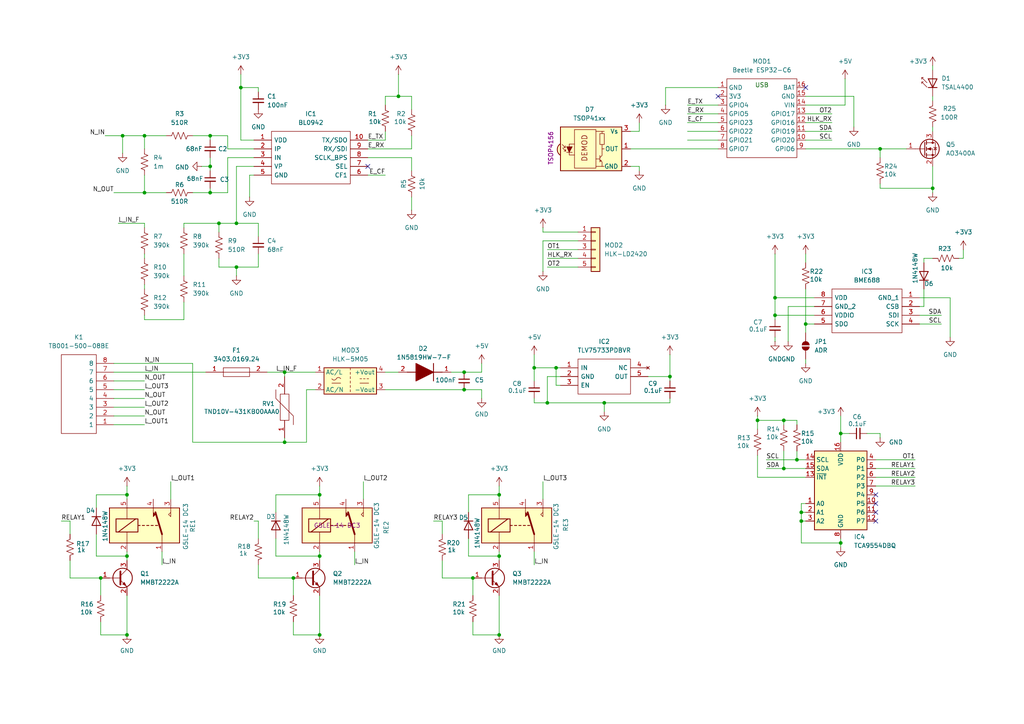
<source format=kicad_sch>
(kicad_sch (version 20250114) (generator "eeschema") (generator_version "9.0")
  (paper "A4")
  (title_block (title "Relio V1.0") (date "2025-08-09") (rev "V1.01") (company "Eletkor "))
  (junction (at 158.75 116.84))
  (junction (at 227.33 135.89))
  (junction (at 243.84 125.73))
  (junction (at 144.78 143.51))
  (junction (at 85.09 167.64))
  (junction (at 115.57 27.94))
  (junction (at 60.96 48.26))
  (junction (at 232.41 151.13))
  (junction (at 224.79 91.44))
  (junction (at 233.68 93.98))
  (junction (at 232.41 148.59))
  (junction (at 60.96 55.88))
  (junction (at 36.83 184.15))
  (junction (at 92.71 184.15))
  (junction (at 270.51 54.61))
  (junction (at 60.96 39.37))
  (junction (at 35.56 39.37))
  (junction (at 134.62 107.95))
  (junction (at 231.14 133.35))
  (junction (at 92.71 161.29))
  (junction (at 144.78 184.15))
  (junction (at 134.62 113.03))
  (junction (at 69.85 25.4))
  (junction (at 161.29 106.68))
  (junction (at 36.83 143.51))
  (junction (at 175.26 116.84))
  (junction (at 41.91 55.88))
  (junction (at 219.71 121.92))
  (junction (at 255.27 43.18))
  (junction (at 82.55 128.27))
  (junction (at 68.58 77.47))
  (junction (at 144.78 161.29))
  (junction (at 68.58 64.77))
  (junction (at 29.21 167.64))
  (junction (at 41.91 39.37))
  (junction (at 243.84 157.48))
  (junction (at 194.31 109.22))
  (junction (at 92.71 143.51))
  (junction (at 227.33 121.92))
  (junction (at 137.16 167.64))
  (junction (at 82.55 107.95))
  (junction (at 36.83 161.29))
  (junction (at 154.94 106.68))
  (junction (at 63.5 64.77))
  (junction (at 224.79 86.36))
  (no_connect (at 208.28 27.94))
  (no_connect (at 106.68 48.26))
  (no_connect (at 254 146.05))
  (no_connect (at 254 151.13))
  (no_connect (at 233.68 25.4))
  (no_connect (at 254 148.59))
  (no_connect (at 254 143.51))
  (wire (pts (xy 135.89 143.51) (xy 144.78 143.51)))
  (wire (pts (xy 27.94 147.32) (xy 27.94 143.51)))
  (wire (pts (xy 224.79 97.79) (xy 224.79 99.06)))
  (wire (pts (xy 241.3 40.64) (xy 233.68 40.64)))
  (wire (pts (xy 68.58 64.77) (xy 74.93 64.77)))
  (wire (pts (xy 219.71 132.08) (xy 219.71 138.43)))
  (wire (pts (xy 74.93 73.66) (xy 74.93 77.47)))
  (wire (pts (xy 137.16 167.64) (xy 137.16 172.72)))
  (wire (pts (xy 199.39 40.64) (xy 208.28 40.64)))
  (wire (pts (xy 233.68 104.14) (xy 233.68 105.41)))
  (wire (pts (xy 135.89 148.59) (xy 135.89 143.51)))
  (wire (pts (xy 245.11 30.48) (xy 233.68 30.48)))
  (wire (pts (xy 128.27 162.56) (xy 128.27 167.64)))
  (wire (pts (xy 255.27 125.73) (xy 251.46 125.73)))
  (wire (pts (xy 270.51 36.83) (xy 270.51 38.1)))
  (wire (pts (xy 36.83 140.97) (xy 36.83 143.51)))
  (wire (pts (xy 270.51 48.26) (xy 270.51 54.61)))
  (wire (pts (xy 60.96 39.37) (xy 60.96 40.64)))
  (wire (pts (xy 69.85 25.4) (xy 74.93 25.4)))
  (wire (pts (xy 73.66 48.26) (xy 68.58 48.26)))
  (wire (pts (xy 275.59 86.36) (xy 275.59 97.79)))
  (wire (pts (xy 243.84 125.73) (xy 243.84 128.27)))
  (wire (pts (xy 254 138.43) (xy 265.43 138.43)))
  (wire (pts (xy 154.94 116.84) (xy 158.75 116.84)))
  (wire (pts (xy 115.57 27.94) (xy 119.38 27.94)))
  (wire (pts (xy 255.27 127) (xy 255.27 125.73)))
  (wire (pts (xy 219.71 138.43) (xy 233.68 138.43)))
  (wire (pts (xy 73.66 43.18) (xy 66.04 43.18)))
  (wire (pts (xy 41.91 82.55) (xy 41.91 83.82)))
  (wire (pts (xy 46.99 160.02) (xy 46.99 163.83)))
  (wire (pts (xy 41.91 92.71) (xy 41.91 91.44)))
  (wire (pts (xy 158.75 72.39) (xy 167.64 72.39)))
  (wire (pts (xy 255.27 43.18) (xy 255.27 45.72)))
  (wire (pts (xy 69.85 25.4) (xy 69.85 40.64)))
  (wire (pts (xy 53.34 66.04) (xy 53.34 64.77)))
  (wire (pts (xy 158.75 74.93) (xy 167.64 74.93)))
  (wire (pts (xy 55.88 39.37) (xy 60.96 39.37)))
  (wire (pts (xy 233.68 73.66) (xy 233.68 76.2)))
  (wire (pts (xy 233.68 27.94) (xy 247.65 27.94)))
  (wire (pts (xy 111.76 27.94) (xy 115.57 27.94)))
  (wire (pts (xy 33.02 123.19) (xy 41.91 123.19)))
  (wire (pts (xy 267.97 88.9) (xy 266.7 88.9)))
  (wire (pts (xy 243.84 157.48) (xy 243.84 156.21)))
  (wire (pts (xy 199.39 35.56) (xy 208.28 35.56)))
  (wire (pts (xy 245.11 22.86) (xy 245.11 30.48)))
  (wire (pts (xy 88.9 113.03) (xy 88.9 128.27)))
  (wire (pts (xy 232.41 148.59) (xy 232.41 146.05)))
  (wire (pts (xy 60.96 55.88) (xy 60.96 54.61)))
  (wire (pts (xy 157.48 66.04) (xy 157.48 67.31)))
  (wire (pts (xy 41.91 73.66) (xy 41.91 74.93)))
  (wire (pts (xy 77.47 107.95) (xy 82.55 107.95)))
  (wire (pts (xy 273.05 91.44) (xy 266.7 91.44)))
  (wire (pts (xy 231.14 130.81) (xy 231.14 133.35)))
  (wire (pts (xy 41.91 64.77) (xy 41.91 66.04)))
  (wire (pts (xy 33.02 107.95) (xy 59.69 107.95)))
  (wire (pts (xy 219.71 121.92) (xy 227.33 121.92)))
  (wire (pts (xy 231.14 133.35) (xy 233.68 133.35)))
  (wire (pts (xy 255.27 54.61) (xy 255.27 53.34)))
  (wire (pts (xy 63.5 64.77) (xy 68.58 64.77)))
  (wire (pts (xy 92.71 140.97) (xy 92.71 143.51)))
  (wire (pts (xy 63.5 64.77) (xy 63.5 67.31)))
  (wire (pts (xy 224.79 86.36) (xy 236.22 86.36)))
  (wire (pts (xy 157.48 69.85) (xy 167.64 69.85)))
  (wire (pts (xy 232.41 148.59) (xy 233.68 148.59)))
  (wire (pts (xy 72.39 50.8) (xy 72.39 57.15)))
  (wire (pts (xy 154.94 106.68) (xy 161.29 106.68)))
  (wire (pts (xy 92.71 172.72) (xy 92.71 184.15)))
  (wire (pts (xy 135.89 156.21) (xy 135.89 161.29)))
  (wire (pts (xy 41.91 92.71) (xy 53.34 92.71)))
  (wire (pts (xy 74.93 77.47) (xy 68.58 77.47)))
  (wire (pts (xy 243.84 120.65) (xy 243.84 125.73)))
  (wire (pts (xy 182.88 43.18) (xy 208.28 43.18)))
  (wire (pts (xy 41.91 110.49) (xy 33.02 110.49)))
  (wire (pts (xy 53.34 64.77) (xy 63.5 64.77)))
  (wire (pts (xy 144.78 140.97) (xy 144.78 143.51)))
  (wire (pts (xy 243.84 125.73) (xy 246.38 125.73)))
  (wire (pts (xy 128.27 151.13) (xy 125.73 151.13)))
  (wire (pts (xy 154.94 160.02) (xy 154.94 163.83)))
  (wire (pts (xy 157.48 78.74) (xy 157.48 69.85)))
  (wire (pts (xy 69.85 40.64) (xy 73.66 40.64)))
  (wire (pts (xy 222.25 133.35) (xy 231.14 133.35)))
  (wire (pts (xy 49.53 139.7) (xy 49.53 144.78)))
  (wire (pts (xy 233.68 93.98) (xy 233.68 96.52)))
  (wire (pts (xy 119.38 43.18) (xy 119.38 39.37)))
  (wire (pts (xy 228.6 88.9) (xy 228.6 99.06)))
  (wire (pts (xy 270.51 19.05) (xy 270.51 20.32)))
  (wire (pts (xy 106.68 43.18) (xy 119.38 43.18)))
  (wire (pts (xy 29.21 180.34) (xy 29.21 184.15)))
  (wire (pts (xy 35.56 39.37) (xy 41.91 39.37)))
  (wire (pts (xy 224.79 91.44) (xy 224.79 86.36)))
  (wire (pts (xy 119.38 27.94) (xy 119.38 31.75)))
  (wire (pts (xy 66.04 45.72) (xy 66.04 55.88)))
  (wire (pts (xy 73.66 45.72) (xy 66.04 45.72)))
  (wire (pts (xy 154.94 102.87) (xy 154.94 106.68)))
  (wire (pts (xy 158.75 77.47) (xy 167.64 77.47)))
  (wire (pts (xy 119.38 57.15) (xy 119.38 60.96)))
  (wire (pts (xy 233.68 43.18) (xy 255.27 43.18)))
  (wire (pts (xy 194.31 109.22) (xy 194.31 110.49)))
  (wire (pts (xy 33.02 105.41) (xy 55.88 105.41)))
  (wire (pts (xy 69.85 21.59) (xy 69.85 25.4)))
  (wire (pts (xy 266.7 86.36) (xy 275.59 86.36)))
  (wire (pts (xy 29.21 184.15) (xy 36.83 184.15)))
  (wire (pts (xy 162.56 111.76) (xy 161.29 111.76)))
  (wire (pts (xy 199.39 30.48) (xy 208.28 30.48)))
  (wire (pts (xy 134.62 113.03) (xy 139.7 113.03)))
  (wire (pts (xy 102.87 160.02) (xy 102.87 163.83)))
  (wire (pts (xy 227.33 121.92) (xy 231.14 121.92)))
  (wire (pts (xy 139.7 107.95) (xy 139.7 105.41)))
  (wire (pts (xy 194.31 102.87) (xy 194.31 109.22)))
  (wire (pts (xy 137.16 180.34) (xy 137.16 184.15)))
  (wire (pts (xy 41.91 43.18) (xy 41.91 39.37)))
  (wire (pts (xy 55.88 128.27) (xy 82.55 128.27)))
  (wire (pts (xy 111.76 107.95) (xy 115.57 107.95)))
  (wire (pts (xy 231.14 121.92) (xy 231.14 123.19)))
  (wire (pts (xy 115.57 21.59) (xy 115.57 27.94)))
  (wire (pts (xy 241.3 33.02) (xy 233.68 33.02)))
  (wire (pts (xy 194.31 116.84) (xy 194.31 115.57)))
  (wire (pts (xy 106.68 40.64) (xy 111.76 40.64)))
  (wire (pts (xy 34.29 64.77) (xy 41.91 64.77)))
  (wire (pts (xy 279.4 72.39) (xy 279.4 74.93)))
  (wire (pts (xy 53.34 92.71) (xy 53.34 87.63)))
  (wire (pts (xy 74.93 151.13) (xy 74.93 156.21)))
  (wire (pts (xy 222.25 135.89) (xy 227.33 135.89)))
  (wire (pts (xy 72.39 50.8) (xy 73.66 50.8)))
  (wire (pts (xy 255.27 43.18) (xy 262.89 43.18)))
  (wire (pts (xy 55.88 55.88) (xy 60.96 55.88)))
  (wire (pts (xy 175.26 116.84) (xy 158.75 116.84)))
  (wire (pts (xy 82.55 109.22) (xy 82.55 107.95)))
  (wire (pts (xy 58.42 48.26) (xy 60.96 48.26)))
  (wire (pts (xy 270.51 27.94) (xy 270.51 29.21)))
  (wire (pts (xy 267.97 74.93) (xy 270.51 74.93)))
  (wire (pts (xy 241.3 38.1) (xy 233.68 38.1)))
  (wire (pts (xy 194.31 109.22) (xy 187.96 109.22)))
  (wire (pts (xy 74.93 68.58) (xy 74.93 64.77)))
  (wire (pts (xy 33.02 118.11) (xy 41.91 118.11)))
  (wire (pts (xy 227.33 130.81) (xy 227.33 135.89)))
  (wire (pts (xy 85.09 180.34) (xy 85.09 184.15)))
  (wire (pts (xy 193.04 25.4) (xy 193.04 30.48)))
  (wire (pts (xy 233.68 83.82) (xy 233.68 93.98)))
  (wire (pts (xy 254 140.97) (xy 265.43 140.97)))
  (wire (pts (xy 128.27 167.64) (xy 137.16 167.64)))
  (wire (pts (xy 185.42 35.56) (xy 185.42 38.1)))
  (wire (pts (xy 74.93 25.4) (xy 74.93 26.67)))
  (wire (pts (xy 219.71 120.65) (xy 219.71 121.92)))
  (wire (pts (xy 119.38 45.72) (xy 119.38 49.53)))
  (wire (pts (xy 255.27 54.61) (xy 270.51 54.61)))
  (wire (pts (xy 41.91 55.88) (xy 48.26 55.88)))
  (wire (pts (xy 232.41 151.13) (xy 232.41 148.59)))
  (wire (pts (xy 185.42 48.26) (xy 185.42 49.53)))
  (wire (pts (xy 233.68 93.98) (xy 236.22 93.98)))
  (wire (pts (xy 33.02 115.57) (xy 41.91 115.57)))
  (wire (pts (xy 128.27 151.13) (xy 128.27 154.94)))
  (wire (pts (xy 227.33 135.89) (xy 233.68 135.89)))
  (wire (pts (xy 29.21 167.64) (xy 29.21 172.72)))
  (wire (pts (xy 20.32 167.64) (xy 29.21 167.64)))
  (wire (pts (xy 161.29 106.68) (xy 162.56 106.68)))
  (wire (pts (xy 254 135.89) (xy 265.43 135.89)))
  (wire (pts (xy 20.32 151.13) (xy 20.32 154.94)))
  (wire (pts (xy 134.62 107.95) (xy 139.7 107.95)))
  (wire (pts (xy 154.94 110.49) (xy 154.94 106.68)))
  (wire (pts (xy 35.56 39.37) (xy 35.56 44.45)))
  (wire (pts (xy 227.33 121.92) (xy 227.33 123.19)))
  (wire (pts (xy 232.41 151.13) (xy 233.68 151.13)))
  (wire (pts (xy 41.91 120.65) (xy 33.02 120.65)))
  (wire (pts (xy 270.51 54.61) (xy 270.51 55.88)))
  (wire (pts (xy 27.94 154.94) (xy 27.94 161.29)))
  (wire (pts (xy 137.16 184.15) (xy 144.78 184.15)))
  (wire (pts (xy 241.3 35.56) (xy 233.68 35.56)))
  (wire (pts (xy 130.81 107.95) (xy 134.62 107.95)))
  (wire (pts (xy 36.83 143.51) (xy 36.83 144.78)))
  (wire (pts (xy 92.71 161.29) (xy 92.71 162.56)))
  (wire (pts (xy 154.94 115.57) (xy 154.94 116.84)))
  (wire (pts (xy 175.26 116.84) (xy 194.31 116.84)))
  (wire (pts (xy 157.48 139.7) (xy 157.48 144.78)))
  (wire (pts (xy 92.71 143.51) (xy 92.71 144.78)))
  (wire (pts (xy 232.41 157.48) (xy 232.41 151.13)))
  (wire (pts (xy 92.71 160.02) (xy 92.71 161.29)))
  (wire (pts (xy 80.01 148.59) (xy 80.01 143.51)))
  (wire (pts (xy 224.79 91.44) (xy 236.22 91.44)))
  (wire (pts (xy 157.48 67.31) (xy 167.64 67.31)))
  (wire (pts (xy 105.41 139.7) (xy 105.41 144.78)))
  (wire (pts (xy 139.7 113.03) (xy 139.7 115.57)))
  (wire (pts (xy 267.97 74.93) (xy 267.97 76.2)))
  (wire (pts (xy 111.76 113.03) (xy 134.62 113.03)))
  (wire (pts (xy 30.48 39.37) (xy 35.56 39.37)))
  (wire (pts (xy 41.91 50.8) (xy 41.91 55.88)))
  (wire (pts (xy 33.02 55.88) (xy 41.91 55.88)))
  (wire (pts (xy 82.55 107.95) (xy 91.44 107.95)))
  (wire (pts (xy 273.05 93.98) (xy 266.7 93.98)))
  (wire (pts (xy 53.34 73.66) (xy 53.34 80.01)))
  (wire (pts (xy 66.04 39.37) (xy 60.96 39.37)))
  (wire (pts (xy 265.43 133.35) (xy 254 133.35)))
  (wire (pts (xy 60.96 48.26) (xy 60.96 49.53)))
  (wire (pts (xy 82.55 128.27) (xy 88.9 128.27)))
  (wire (pts (xy 243.84 157.48) (xy 232.41 157.48)))
  (wire (pts (xy 36.83 172.72) (xy 36.83 184.15)))
  (wire (pts (xy 66.04 43.18) (xy 66.04 39.37)))
  (wire (pts (xy 85.09 167.64) (xy 85.09 172.72)))
  (wire (pts (xy 208.28 25.4) (xy 193.04 25.4)))
  (wire (pts (xy 243.84 157.48) (xy 243.84 158.75)))
  (wire (pts (xy 232.41 146.05) (xy 233.68 146.05)))
  (wire (pts (xy 224.79 73.66) (xy 224.79 86.36)))
  (wire (pts (xy 175.26 116.84) (xy 175.26 119.38)))
  (wire (pts (xy 55.88 105.41) (xy 55.88 128.27)))
  (wire (pts (xy 106.68 50.8) (xy 111.76 50.8)))
  (wire (pts (xy 80.01 143.51) (xy 92.71 143.51)))
  (wire (pts (xy 73.66 151.13) (xy 74.93 151.13)))
  (wire (pts (xy 63.5 77.47) (xy 63.5 74.93)))
  (wire (pts (xy 224.79 91.44) (xy 224.79 92.71)))
  (wire (pts (xy 88.9 113.03) (xy 91.44 113.03)))
  (wire (pts (xy 199.39 38.1) (xy 208.28 38.1)))
  (wire (pts (xy 199.39 33.02) (xy 208.28 33.02)))
  (wire (pts (xy 74.93 167.64) (xy 85.09 167.64)))
  (wire (pts (xy 27.94 143.51) (xy 36.83 143.51)))
  (wire (pts (xy 144.78 160.02) (xy 144.78 161.29)))
  (wire (pts (xy 60.96 45.72) (xy 60.96 48.26)))
  (wire (pts (xy 161.29 111.76) (xy 161.29 106.68)))
  (wire (pts (xy 20.32 162.56) (xy 20.32 167.64)))
  (wire (pts (xy 182.88 48.26) (xy 185.42 48.26)))
  (wire (pts (xy 144.78 161.29) (xy 144.78 162.56)))
  (wire (pts (xy 80.01 156.21) (xy 80.01 161.29)))
  (wire (pts (xy 41.91 39.37) (xy 48.26 39.37)))
  (wire (pts (xy 27.94 161.29) (xy 36.83 161.29)))
  (wire (pts (xy 135.89 161.29) (xy 144.78 161.29)))
  (wire (pts (xy 68.58 48.26) (xy 68.58 64.77)))
  (wire (pts (xy 182.88 38.1) (xy 185.42 38.1)))
  (wire (pts (xy 247.65 27.94) (xy 247.65 36.83)))
  (wire (pts (xy 279.4 74.93) (xy 278.13 74.93)))
  (wire (pts (xy 111.76 30.48) (xy 111.76 27.94)))
  (wire (pts (xy 85.09 184.15) (xy 92.71 184.15)))
  (wire (pts (xy 119.38 45.72) (xy 106.68 45.72)))
  (wire (pts (xy 80.01 161.29) (xy 92.71 161.29)))
  (wire (pts (xy 82.55 128.27) (xy 82.55 127)))
  (wire (pts (xy 219.71 124.46) (xy 219.71 121.92)))
  (wire (pts (xy 68.58 77.47) (xy 63.5 77.47)))
  (wire (pts (xy 36.83 160.02) (xy 36.83 161.29)))
  (wire (pts (xy 36.83 161.29) (xy 36.83 162.56)))
  (wire (pts (xy 111.76 40.64) (xy 111.76 38.1)))
  (wire (pts (xy 144.78 143.51) (xy 144.78 144.78)))
  (wire (pts (xy 68.58 77.47) (xy 68.58 80.01)))
  (wire (pts (xy 158.75 109.22) (xy 158.75 116.84)))
  (wire (pts (xy 74.93 163.83) (xy 74.93 167.64)))
  (wire (pts (xy 41.91 113.03) (xy 33.02 113.03)))
  (wire (pts (xy 267.97 83.82) (xy 267.97 88.9)))
  (wire (pts (xy 66.04 55.88) (xy 60.96 55.88)))
  (wire (pts (xy 20.32 151.13) (xy 17.78 151.13)))
  (wire (pts (xy 228.6 88.9) (xy 236.22 88.9)))
  (wire (pts (xy 162.56 109.22) (xy 158.75 109.22)))
  (wire (pts (xy 144.78 172.72) (xy 144.78 184.15)))
  (label "HLK_RX" (at 158.75 74.93 0))
  (label "L_OUT1" (at 49.53 139.7 0))
  (label "L_IN" (at 154.94 163.83 0))
  (label "OT1" (at 158.75 72.39 0))
  (label "N_OUT" (at 41.91 115.57 0))
  (label "L_IN_F" (at 80.01 107.95 0))
  (label "SCL" (at 222.25 133.35 0))
  (label "L_OUT3" (at 157.48 139.7 0))
  (label "L_IN" (at 46.99 163.83 0))
  (label "L_OUT3" (at 41.91 113.03 0))
  (label "OT2" (at 158.75 77.47 0))
  (label "E_TX" (at 199.39 30.48 0))
  (label "RELAY3" (at 125.73 151.13 0))
  (label "L_IN_F" (at 34.29 64.77 0))
  (label "L_OUT1" (at 41.91 123.19 0))
  (label "SDA" (at 241.3 38.1 180))
  (label "N_IN" (at 41.91 105.41 0))
  (label "E_CF" (at 111.76 50.8 180))
  (label "N_OUT" (at 41.91 110.49 0))
  (label "SCL" (at 273.05 93.98 180))
  (label "N_OUT" (at 33.02 55.88 180))
  (label "OT1" (at 265.43 133.35 180))
  (label "E_RX" (at 199.39 33.02 0))
  (label "L_OUT2" (at 105.41 139.7 0))
  (label "RELAY3" (at 265.43 140.97 180))
  (label "SCL" (at 241.3 40.64 180))
  (label "RELAY2" (at 73.66 151.13 180))
  (label "L_IN" (at 102.87 163.83 0))
  (label "E_TX" (at 106.68 40.64 0))
  (label "N_IN" (at 30.48 39.37 180))
  (label "RELAY2" (at 265.43 138.43 180))
  (label "L_IN" (at 41.91 107.95 0))
  (label "RELAY1" (at 265.43 135.89 180))
  (label "N_OUT" (at 41.91 120.65 0))
  (label "E_CF" (at 199.39 35.56 0))
  (label "L_OUT2" (at 41.91 118.11 0))
  (label "HLK_RX" (at 241.3 35.56 180))
  (label "RELAY1" (at 17.78 151.13 0))
  (label "SDA" (at 222.25 135.89 0))
  (label "OT2" (at 241.3 33.02 180))
  (label "SDA" (at 273.05 91.44 180))
  (label "E_RX" (at 106.68 43.18 0))
  (symbol (lib_id "Interface_Optical:TSOP41xx") (at 172.72 43.18 0) (unit 1)
    (property "Reference" "D7" (at 170.985 31.75 0))
    (property "Value" "TSOP41xx" (at 170.985 34.29 0))
    (property "Footprint" "OptoDevice:Vishay_MINICAST-3Pin" (effects (hide yes)))
    (property "Datasheet" "http://www.vishay.com/docs/82460/tsop45.pdf" (effects (hide yes)))
    (property "Description" "IR Receiver Modules for Remote Control Systems" (effects (hide yes)))
    (property "Manufacturer_Part_Number" "TSOP4156" (at 159.766 42.926 90))
  )
  (symbol (lib_id "Relay:G5LE-1") (at 149.86 152.4 0) (unit 1)
    (property "Reference" "RE3" (at 164.084 154.178 90) (effects (justify left)))
    (property "Value" "G5LE-14 DC3" (at 161.29 159.512 90) (effects (justify left)))
    (property "Footprint" "Relay_THT:Relay_SPDT_Omron-G5LE-1" (effects (hide yes)))
    (property "Datasheet" "http://www.omron.com/ecb/products/pdf/en-g5le.pdf" (effects (hide yes)))
    (property "Description" "Omron G5LE relay, Miniature Single Pole, SPDT, 10A" (effects (hide yes)))
    (property "Manufacturer_Part_Number" "G5LE-14 DC3" (effects (hide yes)))
  )
  (symbol (lib_id "Device:C_Small") (at 134.62 110.49 0) (unit 1)
    (property "Reference" "C5" (at 137.668 110.236 0) (effects (justify left)))
    (property "Value" "100nF" (at 126.238 110.236 0) (effects (justify left)))
    (property "Footprint" "Capacitor_SMD:C_0805_2012Metric_Pad1.18x1.45mm_HandSolder" (effects (hide yes)))
    (property "Datasheet" "https://eu.mouser.com/datasheet/2/447/KEM_C1002_X7R_SMD-3316098.pdf" (effects (hide yes)))
    (property "Manufacturer_Part_Number" "C0805C104M3RAC" (effects (hide yes)))
  )
  (symbol (lib_id "Converter_ACDC:HLK-5M05") (at 101.6 110.49 0) (unit 1)
    (property "Reference" "MOD3" (at 101.6 101.6 0))
    (property "Value" "HLK-5M05" (at 101.6 104.14 0))
    (property "Footprint" "Converter_ACDC:Converter_ACDC_Hi-Link_HLK-5Mxx" (effects (hide yes)))
    (property "Datasheet" "http://h.hlktech.com/download/ACDC%E7%94%B5%E6%BA%90%E6%A8%A1%E5%9D%975W%E7%B3%BB%E5%88%97/1/%E6%B5%B7%E5%87%8C%E7%A7%915W%E7%B3%BB%E5%88%97%E7%94%B5%E6%BA%90%E6%A8%A1%E5%9D%97%E8%A7%84%E6%A0%BC%E4%B9%A6V2.8.pdf" (effects (hide yes)))
    (property "Description" "Compact AC/DC board mount power module 5W, 5V 1A" (effects (hide yes)))
    (property "Manufacturer_Part_Number" "HLK-5M05" (effects (hide yes)))
  )
  (symbol (lib_id "power:GND") (at 72.39 57.15 0) (unit 1)
    (property "Reference" "#PWR07" (effects (hide yes)))
    (property "Value" "GND" (at 72.39 62.23 0))
    (property "Description" "Power symbol creates a global label with name \"GND\" , ground" (effects (hide yes)))
  )
  (symbol (lib_id "Device:R_US") (at 63.5 71.12 180) (unit 1)
    (property "Reference" "R9" (at 66.04 69.8499 0) (effects (justify right)))
    (property "Value" "510R" (at 66.04 72.3899 0) (effects (justify right)))
    (property "Footprint" "Resistor_SMD:R_0805_2012Metric_Pad1.20x1.40mm_HandSolder" (effects (hide yes)))
    (property "Datasheet" "https://www.rohm.com/datasheet?p=SDR10EZPF&dist=Mouser&media=referral&source=mouser.com&campaign=Mouser" (effects (hide yes)))
    (property "Description" "Resistor, US symbol" (effects (hide yes)))
    (property "Manufacturer_Part_Number" "SDR10EZPF5100" (effects (hide yes)))
  )
  (symbol (lib_id "Device:C_Small") (at 248.92 125.73 90) (mirror x) (unit 1)
    (property "Reference" "C6" (at 249.936 120.904 90) (effects (justify left)))
    (property "Value" "0.1uF" (at 251.46 122.936 90) (effects (justify left)))
    (property "Footprint" "Capacitor_SMD:C_0805_2012Metric_Pad1.18x1.45mm_HandSolder" (effects (hide yes)))
    (property "Description" "Unpolarized capacitor, small symbol" (effects (hide yes)))
    (property "Manufacturer_Part_Number" "C0805C104M3RAC" (effects (hide yes)))
  )
  (symbol (lib_id "power:+3V3") (at 36.83 140.97 0) (mirror y) (unit 1)
    (property "Reference" "#PWR036" (effects (hide yes)))
    (property "Value" "+3V3" (at 36.83 135.89 0))
    (property "Description" "Power symbol creates a global label with name \"+3V3\"" (effects (hide yes)))
  )
  (symbol (lib_id "power:GND") (at 139.7 115.57 0) (unit 1)
    (property "Reference" "#PWR016" (effects (hide yes)))
    (property "Value" "GND" (at 139.7 120.142 0))
    (property "Description" "Power symbol creates a global label with name \"GND\" , ground" (effects (hide yes)))
  )
  (symbol (lib_id "power:GND") (at 119.38 60.96 0) (unit 1)
    (property "Reference" "#PWR09" (effects (hide yes)))
    (property "Value" "GND" (at 119.38 66.04 0))
    (property "Description" "Power symbol creates a global label with name \"GND\" , ground" (effects (hide yes)))
  )
  (symbol (lib_id "power:+5V") (at 139.7 105.41 0) (unit 1)
    (property "Reference" "#PWR014" (effects (hide yes)))
    (property "Value" "+5V" (at 139.7 100.33 0))
    (property "Description" "Power symbol creates a global label with name \"+5V\"" (effects (hide yes)))
  )
  (symbol (lib_id "Device:R_US") (at 270.51 33.02 0) (mirror y) (unit 1)
    (property "Reference" "R25" (at 277.368 31.496 0) (effects (justify left)))
    (property "Value" "100R" (at 277.876 34.036 0) (effects (justify left)))
    (property "Footprint" "Resistor_SMD:R_0805_2012Metric_Pad1.20x1.40mm_HandSolder" (effects (hide yes)))
    (property "Description" "Resistor, US symbol" (effects (hide yes)))
    (property "Manufacturer_Part_Number" "0805S8J0101T5E" (effects (hide yes)))
  )
  (symbol (lib_id "power:GND") (at 275.59 97.79 0) (unit 1)
    (property "Reference" "#PWR022" (effects (hide yes)))
    (property "Value" "GND" (at 275.59 102.87 0))
    (property "Description" "Power symbol creates a global label with name \"GND\" , ground" (effects (hide yes)))
  )
  (symbol (lib_id "Device:C_Small") (at 74.93 71.12 0) (unit 1)
    (property "Reference" "C4" (at 77.47 69.8562 0) (effects (justify left)))
    (property "Value" "68nF" (at 77.47 72.3962 0) (effects (justify left)))
    (property "Footprint" "Capacitor_SMD:C_0805_2012Metric_Pad1.18x1.45mm_HandSolder" (effects (hide yes)))
    (property "Datasheet" "https://eu.mouser.com/datasheet/2/447/KEM_C1023_X7R_AUTO_SMD-3316698.pdf" (effects (hide yes)))
    (property "Description" "Unpolarized capacitor, small symbol" (effects (hide yes)))
    (property "Manufacturer_Part_Number" "C0805C683KARACAUTO" (effects (hide yes)))
  )
  (symbol (lib_id "SamacSys_Parts:1N5819HW-7-F") (at 130.81 107.95 180) (unit 1)
    (property "Reference" "D2" (at 122.682 101.092 0))
    (property "Value" "1N5819HW-7-F" (at 122.936 103.632 0))
    (property "Footprint" "SamacSys_Parts:SOD3716X145N" (effects (hide yes)))
    (property "Datasheet" "https://datasheet.datasheetarchive.com/originals/distributors/Datasheets-DGA23/1390892.pdf" (effects (hide yes)))
    (property "Height" "1.45" (effects (hide yes)))
    (property "Mouser Part Number" "621-1N5819HW-F" (effects (hide yes)))
    (property "Mouser Price/Stock" "https://www.mouser.co.uk/ProductDetail/Diodes-Incorporated/1N5819HW-7-F?qs=NQ47qNm99eDyWTEd07miYA%3D%3D" (effects (hide yes)))
    (property "Manufacturer_Name" "Diodes Incorporated" (effects (hide yes)))
    (property "Manufacturer_Part_Number" "1N5819HW-7-F" (effects (hide yes)))
  )
  (symbol (lib_id "power:+5V") (at 245.11 22.86 0) (unit 1)
    (property "Reference" "#PWR05" (effects (hide yes)))
    (property "Value" "+5V" (at 245.11 17.78 0))
    (property "Description" "Power symbol creates a global label with name \"+5V\"" (effects (hide yes)))
  )
  (symbol (lib_id "Jumper:SolderJumper_2_Open") (at 233.68 100.33 90) (unit 1) (in_bom no)
    (property "Reference" "JP1" (at 236.22 99.0599 90) (effects (justify right)))
    (property "Value" "ADR" (at 236.22 101.5999 90) (effects (justify right)))
    (property "Footprint" "Jumper:SolderJumper-2_P1.3mm_Open_RoundedPad1.0x1.5mm" (effects (hide yes)))
    (property "Description" "Solder Jumper, 2-pole, open" (effects (hide yes)))
  )
  (symbol (lib_id "Device:R_US") (at 233.68 80.01 0) (mirror y) (unit 1)
    (property "Reference" "R22" (at 238.76 78.74 0) (effects (justify left)))
    (property "Value" "10k" (at 238.506 81.026 0) (effects (justify left)))
    (property "Footprint" "Resistor_SMD:R_0805_2012Metric_Pad1.20x1.40mm_HandSolder" (effects (hide yes)))
    (property "Datasheet" "https://eu.mouser.com/datasheet/2/1365/1-3044649.pdf" (effects (hide yes)))
    (property "Description" "Resistor, US symbol" (effects (hide yes)))
    (property "Manufacturer_Part_Number" "0805W8J0103T5E" (effects (hide yes)))
  )
  (symbol (lib_id "power:+3V3") (at 233.68 73.66 0) (unit 1)
    (property "Reference" "#PWR029" (effects (hide yes)))
    (property "Value" "+3V3" (at 233.68 68.58 0))
    (property "Description" "Power symbol creates a global label with name \"+3V3\"" (effects (hide yes)))
  )
  (symbol (lib_id "power:+5V") (at 154.94 102.87 0) (unit 1)
    (property "Reference" "#PWR034" (effects (hide yes)))
    (property "Value" "+5V" (at 154.94 97.79 0))
    (property "Description" "Power symbol creates a global label with name \"+5V\"" (effects (hide yes)))
  )
  (symbol (lib_id "Device:C_Small") (at 60.96 52.07 0) (unit 1)
    (property "Reference" "C3" (at 63.754 52.07 0) (effects (justify left)))
    (property "Value" "68nF" (at 54.102 51.816 0) (effects (justify left)))
    (property "Footprint" "Capacitor_SMD:C_0805_2012Metric_Pad1.18x1.45mm_HandSolder" (effects (hide yes)))
    (property "Datasheet" "https://eu.mouser.com/datasheet/2/447/KEM_C1023_X7R_AUTO_SMD-3316698.pdf" (effects (hide yes)))
    (property "Description" "Unpolarized capacitor, small symbol" (effects (hide yes)))
    (property "Manufacturer_Part_Number" "C0805C683KARACAUTO" (effects (hide yes)))
  )
  (symbol (lib_id "Device:R_US") (at 111.76 34.29 0) (unit 1)
    (property "Reference" "R1" (at 106.68 33.02 0) (effects (justify left)))
    (property "Value" "10k" (at 106.934 35.306 0) (effects (justify left)))
    (property "Footprint" "Resistor_SMD:R_0805_2012Metric_Pad1.20x1.40mm_HandSolder" (effects (hide yes)))
    (property "Datasheet" "https://eu.mouser.com/datasheet/2/1365/1-3044649.pdf" (effects (hide yes)))
    (property "Description" "Resistor, US symbol" (effects (hide yes)))
    (property "Manufacturer_Part_Number" "0805W8J0103T5E" (effects (hide yes)))
  )
  (symbol (lib_id "Mechanical:MountingHole") (at -40.64 114.3 0) (unit 1) (in_bom no) (dnp yes)
    (property "Reference" "H1" (at -38.1 113.0299 0) (effects (justify left)))
    (property "Value" "MountingHole" (at -38.1 115.5699 0) (effects (justify left)))
    (property "Footprint" "MountingHole:MountingHole_3.2mm_M3" (effects (hide yes)))
    (property "Description" "Mounting Hole without connection" (effects (hide yes)))
  )
  (symbol (lib_id "power:GND") (at 255.27 127 0) (mirror y) (unit 1)
    (property "Reference" "#PWR020" (effects (hide yes)))
    (property "Value" "GND" (at 257.81 128.2699 0) (effects (justify right)))
    (property "Description" "Power symbol creates a global label with name \"GND\" , ground" (effects (hide yes)))
  )
  (symbol (lib_id "beetle_esp32-c6:Beetle_ESP32-C6") (at 210.82 45.72 0) (unit 1)
    (property "Reference" "MOD1" (at 220.98 17.78 0))
    (property "Value" "Beetle ESP32-C6" (at 220.98 20.32 0))
    (property "Footprint" "Beetle ESP32 C6:Beetle ESP32-C6" (effects (hide yes)))
    (property "Manufacturer_Part_Number" "Beetle ESP32-C6" (effects (hide yes)))
  )
  (symbol (lib_id "Device:R_US") (at 41.91 46.99 180) (unit 1)
    (property "Reference" "R4" (at 44.45 45.7199 0) (effects (justify right)))
    (property "Value" "1m" (at 44.45 48.2599 0) (effects (justify right)))
    (property "Footprint" "Resistor_SMD:R_1210_3225Metric" (effects (hide yes)))
    (property "Description" "Resistor, US symbol" (effects (hide yes)))
  )
  (symbol (lib_id "Relay:G5LE-1") (at 97.79 152.4 0) (unit 1)
    (property "Reference" "RE2" (at 112.014 154.94 90) (effects (justify left)))
    (property "Value" "G5LE-14 DC3" (at 109.22 159.258 90) (effects (justify left)))
    (property "Footprint" "Relay_THT:Relay_SPDT_Omron-G5LE-1" (effects (hide yes)))
    (property "Datasheet" "http://www.omron.com/ecb/products/pdf/en-g5le.pdf" (effects (hide yes)))
    (property "Description" "Omron G5LE relay, Miniature Single Pole, SPDT, 10A" (effects (hide yes)))
    (property "Manufacturer_Part_Number" "G5LE-14 DC3" (at 97.79 152.4 0))
  )
  (symbol (lib_id "Device:R_US") (at 137.16 176.53 0) (mirror y) (unit 1)
    (property "Reference" "R21" (at 135.128 175.26 0) (effects (justify left)))
    (property "Value" "10k" (at 134.874 177.546 0) (effects (justify left)))
    (property "Footprint" "Resistor_SMD:R_0805_2012Metric_Pad1.20x1.40mm_HandSolder" (effects (hide yes)))
    (property "Datasheet" "https://eu.mouser.com/datasheet/2/1365/1-3044649.pdf" (effects (hide yes)))
    (property "Description" "Resistor, US symbol" (effects (hide yes)))
    (property "Manufacturer_Part_Number" "0805W8J0103T5E" (effects (hide yes)))
  )
  (symbol (lib_id "Diode:1N4148W") (at 80.01 152.4 270) (unit 1)
    (property "Reference" "D3" (at 77.216 149.86 90) (effects (justify left)))
    (property "Value" "1N4148W" (at 83.058 149.098 0) (effects (justify left)))
    (property "Footprint" "Diode_SMD:D_SOD-123" (effects (hide yes)))
    (property "Datasheet" "https://www.vishay.com/docs/85748/1n4148w.pdf" (effects (hide yes)))
    (property "Description" "75V 0.15A Fast Switching Diode, SOD-123" (effects (hide yes)))
    (property "Sim.Device" "D" (effects (hide yes)))
    (property "Sim.Pins" "1=K 2=A" (effects (hide yes)))
    (property "Manufacturer_Part_Number" "1N4148W" (effects (hide yes)))
  )
  (symbol (lib_id "power:+3V3") (at 157.48 66.04 0) (unit 1)
    (property "Reference" "#PWR027" (effects (hide yes)))
    (property "Value" "+3V3" (at 157.48 60.96 0))
    (property "Description" "Power symbol creates a global label with name \"+3V3\"" (effects (hide yes)))
  )
  (symbol (lib_id "power:GND") (at 243.84 158.75 0) (unit 1)
    (property "Reference" "#PWR026" (effects (hide yes)))
    (property "Value" "GND" (at 243.84 163.83 0))
    (property "Description" "Power symbol creates a global label with name \"GND\" , ground" (effects (hide yes)))
  )
  (symbol (lib_id "Device:C_Small") (at 154.94 113.03 0) (unit 1)
    (property "Reference" "C8" (at 148.59 111.252 0) (effects (justify left)))
    (property "Value" "0.1uF" (at 147.32 113.284 0) (effects (justify left)))
    (property "Footprint" "Capacitor_SMD:C_0805_2012Metric_Pad1.18x1.45mm_HandSolder" (effects (hide yes)))
    (property "Description" "Unpolarized capacitor, small symbol" (effects (hide yes)))
    (property "Manufacturer_Part_Number" "C0805C104M3RAC" (effects (hide yes)))
  )
  (symbol (lib_id "power:+3V3") (at 224.79 73.66 0) (unit 1)
    (property "Reference" "#PWR018" (effects (hide yes)))
    (property "Value" "+3V3" (at 224.79 68.58 0))
    (property "Description" "Power symbol creates a global label with name \"+3V3\"" (effects (hide yes)))
  )
  (symbol (lib_id "Device:R_US") (at 20.32 158.75 0) (mirror x) (unit 1)
    (property "Reference" "R17" (at 22.098 157.734 0) (effects (justify left)))
    (property "Value" "1k" (at 22.352 159.512 0) (effects (justify left)))
    (property "Footprint" "Resistor_SMD:R_0805_2012Metric_Pad1.20x1.40mm_HandSolder" (effects (hide yes)))
    (property "Description" "Resistor, US symbol" (effects (hide yes)))
    (property "Manufacturer_Part_Number" "0805W8J0102T5E" (effects (hide yes)))
  )
  (symbol (lib_id "power:GND") (at 157.48 78.74 0) (unit 1)
    (property "Reference" "#PWR028" (effects (hide yes)))
    (property "Value" "GND" (at 157.48 83.82 0))
    (property "Description" "Power symbol creates a global label with name \"GND\" , ground" (effects (hide yes)))
  )
  (symbol (lib_id "power:GND") (at 247.65 36.83 0) (unit 1)
    (property "Reference" "#PWR010" (effects (hide yes)))
    (property "Value" "GND" (at 247.65 41.91 0))
    (property "Description" "Power symbol creates a global label with name \"GND\" , ground" (effects (hide yes)))
  )
  (symbol (lib_id "Transistor_BJT:MMBT2222A") (at 142.24 167.64 0) (unit 1)
    (property "Reference" "Q3" (at 148.59 166.3699 0) (effects (justify left)))
    (property "Value" "MMBT2222A" (at 148.59 168.9099 0) (effects (justify left)))
    (property "Footprint" "Package_TO_SOT_SMD:SOT-23" (effects (hide yes)))
    (property "Datasheet" "https://assets.nexperia.com/documents/data-sheet/MMBT2222A.pdf" (effects (hide yes)))
    (property "Description" "600mA Ic, 40V Vce, NPN Transistor, SOT-23" (effects (hide yes)))
    (property "Manufacturer_Part_Number" "MMBT2222A" (effects (hide yes)))
  )
  (symbol (lib_id "power:+3V3") (at 219.71 120.65 0) (mirror y) (unit 1)
    (property "Reference" "#PWR015" (effects (hide yes)))
    (property "Value" "+3V3" (at 219.71 115.57 0))
    (property "Description" "Power symbol creates a global label with name \"+3V3\"" (effects (hide yes)))
  )
  (symbol (lib_id "power:GND") (at 35.56 44.45 0) (unit 1)
    (property "Reference" "#PWR031" (effects (hide yes)))
    (property "Value" "GND" (at 35.56 49.53 0))
    (property "Description" "Power symbol creates a global label with name \"GND\" , ground" (effects (hide yes)))
  )
  (symbol (lib_id "SamacSys_Parts:BME688") (at 236.22 86.36 0) (unit 1)
    (property "Reference" "IC3" (at 251.46 78.74 0))
    (property "Value" "BME688" (at 251.46 81.28 0))
    (property "Footprint" "SamacSys_Parts:BME688" (effects (hide yes)))
    (property "Datasheet" "https://www.bosch-sensortec.com/media/boschsensortec/downloads/datasheets/bst-bme688-ds000.pdf" (effects (hide yes)))
    (property "Description" "Gas sensor measuring relative humidity, barometric pressure, ambient temperature and gas (VOC)" (effects (hide yes)))
    (property "Description_1" "Gas sensor measuring relative humidity, barometric pressure, ambient temperature and gas (VOC)" (effects (hide yes)))
    (property "Height" "1" (effects (hide yes)))
    (property "Mouser Part Number" "262-BME688" (effects (hide yes)))
    (property "Mouser Price/Stock" "https://www.mouser.co.uk/ProductDetail/Bosch-Sensortec/BME688?qs=IS%252B4QmGtzzqQoVDscqwx3A%3D%3D" (effects (hide yes)))
    (property "Manufacturer_Name" "BOSCH" (effects (hide yes)))
    (property "Manufacturer_Part_Number" "BME688" (effects (hide yes)))
  )
  (symbol (lib_id "Connector_Generic:Conn_01x05") (at 172.72 72.39 0) (unit 1)
    (property "Reference" "MOD2" (at 175.26 71.1199 0) (effects (justify left)))
    (property "Value" "HLK-LD2420" (at 175.26 73.6599 0) (effects (justify left)))
    (property "Footprint" "Connector_PinHeader_2.54mm:PinHeader_1x05_P2.54mm_Vertical" (effects (hide yes)))
    (property "Description" "Generic connector, single row, 01x05, script generated (kicad-library-utils/schlib/autogen/connector/)" (effects (hide yes)))
    (property "Manufacturer_Part_Number" "HLK-LD2420" (effects (hide yes)))
  )
  (symbol (lib_id "power:GND") (at 228.6 99.06 0) (unit 1)
    (property "Reference" "#PWR023" (effects (hide yes)))
    (property "Value" "GND" (at 228.6 104.14 0))
    (property "Description" "Power symbol creates a global label with name \"GND\" , ground" (effects (hide yes)))
  )
  (symbol (lib_id "Device:R_US") (at 52.07 55.88 90) (unit 1)
    (property "Reference" "R6" (at 52.07 53.594 90))
    (property "Value" "510R" (at 52.07 58.42 90))
    (property "Footprint" "Resistor_SMD:R_0805_2012Metric_Pad1.20x1.40mm_HandSolder" (effects (hide yes)))
    (property "Datasheet" "https://www.rohm.com/datasheet?p=SDR10EZPF&dist=Mouser&media=referral&source=mouser.com&campaign=Mouser" (effects (hide yes)))
    (property "Description" "Resistor, US symbol" (effects (hide yes)))
    (property "Manufacturer_Part_Number" "SDR10EZPF5100" (effects (hide yes)))
  )
  (symbol (lib_id "Device:R_US") (at 119.38 35.56 0) (unit 1)
    (property "Reference" "R2" (at 116.332 33.02 0))
    (property "Value" "10k" (at 116.078 35.306 0))
    (property "Footprint" "Resistor_SMD:R_0805_2012Metric_Pad1.20x1.40mm_HandSolder" (effects (hide yes)))
    (property "Datasheet" "https://eu.mouser.com/datasheet/2/1365/1-3044649.pdf" (effects (hide yes)))
    (property "Description" "Resistor, US symbol" (effects (hide yes)))
    (property "Manufacturer_Part_Number" "0805W8J0103T5E" (effects (hide yes)))
  )
  (symbol (lib_id "power:GND") (at 58.42 48.26 270) (unit 1)
    (property "Reference" "#PWR06" (effects (hide yes)))
    (property "Value" "GND" (at 54.864 48.514 90) (effects (justify right)))
    (property "Description" "Power symbol creates a global label with name \"GND\" , ground" (effects (hide yes)))
  )
  (symbol (lib_id "Device:R_US") (at 128.27 158.75 0) (mirror x) (unit 1)
    (property "Reference" "R20" (at 129.54 157.48 0) (effects (justify left)))
    (property "Value" "1k" (at 129.794 159.512 0) (effects (justify left)))
    (property "Footprint" "Resistor_SMD:R_0805_2012Metric_Pad1.20x1.40mm_HandSolder" (effects (hide yes)))
    (property "Description" "Resistor, US symbol" (effects (hide yes)))
    (property "Manufacturer_Part_Number" "0805W8J0102T5E" (effects (hide yes)))
  )
  (symbol (lib_id "Relay:G5LE-1") (at 41.91 152.4 0) (unit 1)
    (property "Reference" "RE1" (at 55.88 154.432 90) (effects (justify left)))
    (property "Value" "G5LE-14 DC3" (at 53.848 159.512 90) (effects (justify left)))
    (property "Footprint" "Relay_THT:Relay_SPDT_Omron-G5LE-1" (effects (hide yes)))
    (property "Datasheet" "http://www.omron.com/ecb/products/pdf/en-g5le.pdf" (effects (hide yes)))
    (property "Description" "Omron G5LE relay, Miniature Single Pole, SPDT, 10A" (effects (hide yes)))
    (property "Manufacturer_Part_Number" "G5LE-14 DC3" (effects (hide yes)))
  )
  (symbol (lib_id "Interface_Expansion:TCA9554DBQ") (at 243.84 140.97 0) (unit 1)
    (property "Reference" "IC4" (at 247.65 155.702 0) (effects (justify left)))
    (property "Value" "TCA9554DBQ" (at 247.65 158.242 0) (effects (justify left)))
    (property "Footprint" "Package_SO:SSOP-16_3.9x4.9mm_P0.635mm" (effects (hide yes)))
    (property "Datasheet" "http://www.ti.com/lit/ds/symlink/tca9554.pdf" (effects (hide yes)))
    (property "Description" "8 Bit Port/Expander, I2C SMBUS, Interrupt output, SSOP-16" (effects (hide yes)))
    (property "Manufacturer_Part_Number" "TCA9554DBQ" (effects (hide yes)))
  )
  (symbol (lib_id "Device:R_US") (at 85.09 176.53 0) (mirror y) (unit 1)
    (property "Reference" "R19" (at 83.058 175.26 0) (effects (justify left)))
    (property "Value" "10k" (at 82.804 177.546 0) (effects (justify left)))
    (property "Footprint" "Resistor_SMD:R_0805_2012Metric_Pad1.20x1.40mm_HandSolder" (effects (hide yes)))
    (property "Datasheet" "https://eu.mouser.com/datasheet/2/1365/1-3044649.pdf" (effects (hide yes)))
    (property "Description" "Resistor, US symbol" (effects (hide yes)))
    (property "Manufacturer_Part_Number" "0805W8J0103T5E" (effects (hide yes)))
  )
  (symbol (lib_id "Device:R_US") (at 41.91 78.74 180) (unit 1)
    (property "Reference" "R10" (at 44.45 77.4699 0) (effects (justify right)))
    (property "Value" "390k" (at 44.45 80.0099 0) (effects (justify right)))
    (property "Footprint" "Resistor_SMD:R_2010_5025Metric" (effects (hide yes)))
    (property "Datasheet" "https://eu.mouser.com/datasheet/2/418/9/ENG_DS_1773204_3_1-3346391.pdf" (effects (hide yes)))
    (property "Description" "Resistor, US symbol" (effects (hide yes)))
    (property "Manufacturer_Part_Number" "CRGCQ2010F390K" (effects (hide yes)))
  )
  (symbol (lib_id "power:GND") (at 175.26 119.38 0) (unit 1)
    (property "Reference" "#PWR035" (effects (hide yes)))
    (property "Value" "GND" (at 175.26 124.46 0))
    (property "Description" "Power symbol creates a global label with name \"GND\" , ground" (effects (hide yes)))
  )
  (symbol (lib_id "power:GND") (at 144.78 184.15 0) (unit 1)
    (property "Reference" "#PWR041" (effects (hide yes)))
    (property "Value" "GND" (at 144.78 188.722 0))
    (property "Description" "Power symbol creates a global label with name \"GND\" , ground" (effects (hide yes)))
  )
  (symbol (lib_id "Transistor_FET:AO3400A") (at 267.97 43.18 0) (unit 1)
    (property "Reference" "Q5" (at 274.32 41.9099 0) (effects (justify left)))
    (property "Value" "AO3400A" (at 274.32 44.4499 0) (effects (justify left)))
    (property "Footprint" "Package_TO_SOT_SMD:SOT-23" (effects (hide yes)))
    (property "Datasheet" "http://www.aosmd.com/pdfs/datasheet/AO3400A.pdf" (effects (hide yes)))
    (property "Description" "30V Vds, 5.7A Id, N-Channel MOSFET, SOT-23" (effects (hide yes)))
    (property "Manufacturer_Part_Number" "AO3400A" (effects (hide yes)))
  )
  (symbol (lib_id "power:+3V3") (at 144.78 140.97 0) (mirror y) (unit 1)
    (property "Reference" "#PWR040" (effects (hide yes)))
    (property "Value" "+3V3" (at 144.78 135.89 0))
    (property "Description" "Power symbol creates a global label with name \"+3V3\"" (effects (hide yes)))
  )
  (symbol (lib_id "Device:R_US") (at 41.91 69.85 180) (unit 1)
    (property "Reference" "R7" (at 44.45 68.5799 0) (effects (justify right)))
    (property "Value" "390k" (at 44.45 71.1199 0) (effects (justify right)))
    (property "Footprint" "Resistor_SMD:R_2010_5025Metric" (effects (hide yes)))
    (property "Datasheet" "https://eu.mouser.com/datasheet/2/418/9/ENG_DS_1773204_3_1-3346391.pdf" (effects (hide yes)))
    (property "Description" "Resistor, US symbol" (effects (hide yes)))
    (property "Manufacturer_Part_Number" "CRGCQ2010F390K" (effects (hide yes)))
  )
  (symbol (lib_id "Device:C_Small") (at 224.79 95.25 0) (unit 1)
    (property "Reference" "C7" (at 218.44 93.472 0) (effects (justify left)))
    (property "Value" "0.1uF" (at 217.17 95.504 0) (effects (justify left)))
    (property "Footprint" "Capacitor_SMD:C_0805_2012Metric_Pad1.18x1.45mm_HandSolder" (effects (hide yes)))
    (property "Description" "Unpolarized capacitor, small symbol" (effects (hide yes)))
    (property "Manufacturer_Part_Number" "C0805C104M3RAC" (effects (hide yes)))
  )
  (symbol (lib_id "Device:C_Small") (at 194.31 113.03 0) (unit 1)
    (property "Reference" "C9" (at 187.96 111.252 0) (effects (justify left)))
    (property "Value" "0.1uF" (at 186.69 113.284 0) (effects (justify left)))
    (property "Footprint" "Capacitor_SMD:C_0805_2012Metric_Pad1.18x1.45mm_HandSolder" (effects (hide yes)))
    (property "Description" "Unpolarized capacitor, small symbol" (effects (hide yes)))
    (property "Manufacturer_Part_Number" "C0805C104M3RAC" (effects (hide yes)))
  )
  (symbol (lib_id "SamacSys_Parts:3403.0169.24") (at 59.69 107.95 0) (unit 1)
    (property "Reference" "F1" (at 68.58 101.6 0))
    (property "Value" "3403.0169.24" (at 68.58 104.14 0))
    (property "Footprint" "SamacSys_Parts:FUSC10130X300N" (effects (hide yes)))
    (property "Datasheet" "https://www.schurter.com/en/datasheet/UMT_250" (effects (hide yes)))
    (property "Description" "UMT 250 Fuse T 2A L 250V AC" (effects (hide yes)))
    (property "Description_1" "UMT 250 Fuse T 2A L 250V AC" (effects (hide yes)))
    (property "Height" "3" (effects (hide yes)))
    (property "Mouser Part Number" "693-3403.0169.24" (effects (hide yes)))
    (property "Mouser Price/Stock" "https://www.mouser.co.uk/ProductDetail/Schurter/3403016924?qs=qI%252BDxnNls18wN7H6xYsOSQ%3D%3D" (effects (hide yes)))
    (property "Manufacturer_Name" "SCHURTER" (effects (hide yes)))
    (property "Manufacturer_Part_Number" "3403.0169.24" (effects (hide yes)))
  )
  (symbol (lib_id "power:+3V3") (at 185.42 35.56 0) (unit 1)
    (property "Reference" "#PWR08" (effects (hide yes)))
    (property "Value" "+3V3" (at 185.42 30.48 0))
    (property "Description" "Power symbol creates a global label with name \"+3V3\"" (effects (hide yes)))
  )
  (symbol (lib_id "power:+3V3") (at 243.84 120.65 0) (mirror y) (unit 1)
    (property "Reference" "#PWR017" (effects (hide yes)))
    (property "Value" "+3V3" (at 236.982 119.38 0) (effects (justify right)))
    (property "Description" "Power symbol creates a global label with name \"+3V3\"" (effects (hide yes)))
  )
  (symbol (lib_id "Diode:1N4148W") (at 27.94 151.13 270) (unit 1)
    (property "Reference" "D4" (at 24.892 148.082 90) (effects (justify left)))
    (property "Value" "1N4148W" (at 30.48 148.082 0) (effects (justify left)))
    (property "Footprint" "Diode_SMD:D_SOD-123" (effects (hide yes)))
    (property "Datasheet" "https://www.vishay.com/docs/85748/1n4148w.pdf" (effects (hide yes)))
    (property "Description" "75V 0.15A Fast Switching Diode, SOD-123" (effects (hide yes)))
    (property "Sim.Device" "D" (effects (hide yes)))
    (property "Sim.Pins" "1=K 2=A" (effects (hide yes)))
    (property "Manufacturer_Part_Number" "1N4148W" (effects (hide yes)))
  )
  (symbol (lib_id "Transistor_BJT:MMBT2222A") (at 34.29 167.64 0) (unit 1)
    (property "Reference" "Q1" (at 40.64 166.3699 0) (effects (justify left)))
    (property "Value" "MMBT2222A" (at 40.64 168.9099 0) (effects (justify left)))
    (property "Footprint" "Package_TO_SOT_SMD:SOT-23" (effects (hide yes)))
    (property "Datasheet" "https://assets.nexperia.com/documents/data-sheet/MMBT2222A.pdf" (effects (hide yes)))
    (property "Description" "600mA Ic, 40V Vce, NPN Transistor, SOT-23" (effects (hide yes)))
    (property "Manufacturer_Part_Number" "MMBT2222A" (effects (hide yes)))
  )
  (symbol (lib_id "Device:R_US") (at 53.34 69.85 180) (unit 1)
    (property "Reference" "R8" (at 55.88 68.5799 0) (effects (justify right)))
    (property "Value" "390k" (at 55.88 71.1199 0) (effects (justify right)))
    (property "Footprint" "Resistor_SMD:R_2010_5025Metric" (effects (hide yes)))
    (property "Datasheet" "https://eu.mouser.com/datasheet/2/418/9/ENG_DS_1773204_3_1-3346391.pdf" (effects (hide yes)))
    (property "Description" "Resistor, US symbol" (effects (hide yes)))
    (property "Manufacturer_Part_Number" "CRGCQ2010F390K" (effects (hide yes)))
  )
  (symbol (lib_id "power:GND") (at 270.51 55.88 0) (unit 1)
    (property "Reference" "#PWR024" (effects (hide yes)))
    (property "Value" "GND" (at 270.51 60.96 0))
    (property "Description" "Power symbol creates a global label with name \"GND\" , ground" (effects (hide yes)))
  )
  (symbol (lib_id "Device:R_US") (at 227.33 127 0) (unit 1)
    (property "Reference" "R14" (at 224.282 124.46 0))
    (property "Value" "10k" (at 224.028 126.746 0))
    (property "Footprint" "Resistor_SMD:R_0805_2012Metric_Pad1.20x1.40mm_HandSolder" (effects (hide yes)))
    (property "Datasheet" "https://eu.mouser.com/datasheet/2/1365/1-3044649.pdf" (effects (hide yes)))
    (property "Description" "Resistor, US symbol" (effects (hide yes)))
    (property "Manufacturer_Part_Number" "0805W8J0103T5E" (effects (hide yes)))
  )
  (symbol (lib_id "Mechanical:MountingHole") (at -40.64 121.92 0) (unit 1) (in_bom no) (dnp yes)
    (property "Reference" "H3" (at -38.1 120.6499 0) (effects (justify left)))
    (property "Value" "MountingHole" (at -38.1 123.1899 0) (effects (justify left)))
    (property "Footprint" "MountingHole:MountingHole_3.2mm_M3" (effects (hide yes)))
    (property "Description" "Mounting Hole without connection" (effects (hide yes)))
  )
  (symbol (lib_id "Device:R_US") (at 41.91 87.63 0) (unit 1)
    (property "Reference" "R12" (at 44.45 86.3599 0) (effects (justify left)))
    (property "Value" "390k" (at 44.45 88.8999 0) (effects (justify left)))
    (property "Footprint" "Resistor_SMD:R_2010_5025Metric" (effects (hide yes)))
    (property "Datasheet" "https://eu.mouser.com/datasheet/2/418/9/ENG_DS_1773204_3_1-3346391.pdf" (effects (hide yes)))
    (property "Description" "Resistor, US symbol" (effects (hide yes)))
    (property "Manufacturer_Part_Number" "CRGCQ2010F390K" (effects (hide yes)))
  )
  (symbol (lib_id "Device:R_US") (at 255.27 49.53 0) (mirror y) (unit 1)
    (property "Reference" "R24" (at 260.35 48.26 0) (effects (justify left)))
    (property "Value" "10k" (at 260.096 50.546 0) (effects (justify left)))
    (property "Footprint" "Resistor_SMD:R_0805_2012Metric_Pad1.20x1.40mm_HandSolder" (effects (hide yes)))
    (property "Datasheet" "https://eu.mouser.com/datasheet/2/1365/1-3044649.pdf" (effects (hide yes)))
    (property "Description" "Resistor, US symbol" (effects (hide yes)))
    (property "Manufacturer_Part_Number" "0805W8J0103T5E" (effects (hide yes)))
  )
  (symbol (lib_id "power:GND") (at 74.93 31.75 0) (unit 1)
    (property "Reference" "#PWR03" (effects (hide yes)))
    (property "Value" "GND" (at 74.93 36.83 0))
    (property "Description" "Power symbol creates a global label with name \"GND\" , ground" (effects (hide yes)))
  )
  (symbol (lib_id "power:+3V3") (at 270.51 19.05 0) (mirror y) (unit 1)
    (property "Reference" "#PWR025" (effects (hide yes)))
    (property "Value" "+3V3" (at 263.652 17.78 0) (effects (justify right)))
    (property "Description" "Power symbol creates a global label with name \"+3V3\"" (effects (hide yes)))
  )
  (symbol (lib_id "Device:C_Small") (at 60.96 43.18 0) (unit 1)
    (property "Reference" "C2" (at 63.246 43.18 0) (effects (justify left)))
    (property "Value" "68nF" (at 53.848 43.18 0) (effects (justify left)))
    (property "Footprint" "Capacitor_SMD:C_0805_2012Metric_Pad1.18x1.45mm_HandSolder" (effects (hide yes)))
    (property "Datasheet" "https://eu.mouser.com/datasheet/2/447/KEM_C1023_X7R_AUTO_SMD-3316698.pdf" (effects (hide yes)))
    (property "Description" "Unpolarized capacitor, small symbol" (effects (hide yes)))
    (property "Manufacturer_Part_Number" "C0805C683KARACAUTO" (effects (hide yes)))
  )
  (symbol (lib_id "SamacSys_Parts:TLV75733PDBVR") (at 162.56 106.68 0) (unit 1)
    (property "Reference" "IC2" (at 175.26 99.06 0))
    (property "Value" "TLV75733PDBVR" (at 175.26 101.6 0))
    (property "Footprint" "SamacSys_Parts:SOT95P280X145-5N" (effects (hide yes)))
    (property "Datasheet" "http://www.ti.com/lit/gpn/tlv757p" (effects (hide yes)))
    (property "Description" "LDO Voltage Regulators 1A Low-IQ Small-Size Low-Dropout (LDO) Regulator 5-SOT-23 -40 to 125" (effects (hide yes)))
    (property "Description_1" "LDO Voltage Regulators 1A Low-IQ Small-Size Low-Dropout (LDO) Regulator 5-SOT-23 -40 to 125" (effects (hide yes)))
    (property "Height" "1.45" (effects (hide yes)))
    (property "Mouser Part Number" "595-TLV75733PDBVR" (effects (hide yes)))
    (property "Mouser Price/Stock" "https://www.mouser.co.uk/ProductDetail/Texas-Instruments/TLV75733PDBVR?qs=y6ZabgHbY%252BwAAzSntTW34w%3D%3D" (effects (hide yes)))
    (property "Manufacturer_Name" "Texas Instruments" (effects (hide yes)))
    (property "Manufacturer_Part_Number" "TLV75733PDBVR" (effects (hide yes)))
  )
  (symbol (lib_id "Mechanical:MountingHole") (at -21.59 114.3 0) (unit 1) (in_bom no) (dnp yes)
    (property "Reference" "H2" (at -19.05 113.0299 0) (effects (justify left)))
    (property "Value" "MountingHole" (at -19.05 115.5699 0) (effects (justify left)))
    (property "Footprint" "MountingHole:MountingHole_3.2mm_M3" (effects (hide yes)))
    (property "Description" "Mounting Hole without connection" (effects (hide yes)))
  )
  (symbol (lib_id "Device:R_US") (at 219.71 128.27 0) (mirror y) (unit 1)
    (property "Reference" "R13" (at 217.678 127 0) (effects (justify left)))
    (property "Value" "10k" (at 217.424 129.286 0) (effects (justify left)))
    (property "Footprint" "Resistor_SMD:R_0805_2012Metric_Pad1.20x1.40mm_HandSolder" (effects (hide yes)))
    (property "Datasheet" "https://eu.mouser.com/datasheet/2/1365/1-3044649.pdf" (effects (hide yes)))
    (property "Description" "Resistor, US symbol" (effects (hide yes)))
    (property "Manufacturer_Part_Number" "0805W8J0103T5E" (effects (hide yes)))
  )
  (symbol (lib_id "Device:R_US") (at 231.14 127 0) (mirror y) (unit 1)
    (property "Reference" "R15" (at 236.22 125.73 0) (effects (justify left)))
    (property "Value" "10k" (at 235.966 128.016 0) (effects (justify left)))
    (property "Footprint" "Resistor_SMD:R_0805_2012Metric_Pad1.20x1.40mm_HandSolder" (effects (hide yes)))
    (property "Datasheet" "https://eu.mouser.com/datasheet/2/1365/1-3044649.pdf" (effects (hide yes)))
    (property "Description" "Resistor, US symbol" (effects (hide yes)))
    (property "Manufacturer_Part_Number" "0805W8J0103T5E" (effects (hide yes)))
  )
  (symbol (lib_id "power:GND") (at 36.83 184.15 0) (unit 1)
    (property "Reference" "#PWR037" (effects (hide yes)))
    (property "Value" "GND" (at 36.83 188.722 0))
    (property "Description" "Power symbol creates a global label with name \"GND\" , ground" (effects (hide yes)))
  )
  (symbol (lib_id "Device:C_Small") (at 74.93 29.21 0) (unit 1)
    (property "Reference" "C1" (at 77.47 27.9462 0) (effects (justify left)))
    (property "Value" "100nF" (at 77.47 30.4862 0) (effects (justify left)))
    (property "Footprint" "Capacitor_SMD:C_0805_2012Metric_Pad1.18x1.45mm_HandSolder" (effects (hide yes)))
    (property "Datasheet" "https://eu.mouser.com/datasheet/2/447/KEM_C1002_X7R_SMD-3316098.pdf" (effects (hide yes)))
    (property "Description" "Unpolarized capacitor, small symbol" (effects (hide yes)))
    (property "Manufacturer_Part_Number" "C0805C104M3RAC" (effects (hide yes)))
  )
  (symbol (lib_id "SamacSys_Parts:TB001-500-08BE") (at 33.02 123.19 180) (unit 1)
    (property "Reference" "K1" (at 22.86 97.79 0))
    (property "Value" "TB001-500-08BE" (at 22.86 100.33 0))
    (property "Footprint" "SamacSys_Parts:TB00150008BE" (effects (hide yes)))
    (property "Datasheet" "https://www.sameskydevices.com/product/resource/supplyframepdf/tb001-500.pdf" (effects (hide yes)))
    (property "Description_1" "2~{24} Poles, Screw Type, Horizontal, 5.0 Pitch, 22~{12} (AWG), Terminal Block Connector" (effects (hide yes)))
    (property "Height" "12.9" (effects (hide yes)))
    (property "Mouser Part Number" "490-TB001-500-08BE" (effects (hide yes)))
    (property "Mouser Price/Stock" "https://www.mouser.co.uk/ProductDetail/Same-Sky/TB001-500-08BE?qs=vLWxofP3U2yEuwKNSzgFJw%3D%3D" (effects (hide yes)))
    (property "Manufacturer_Name" "Same Sky" (effects (hide yes)))
    (property "Manufacturer_Part_Number" "TB001-500-08BE" (effects (hide yes)))
  )
  (symbol (lib_id "power:+3V3") (at 69.85 21.59 0) (unit 1)
    (property "Reference" "#PWR01" (effects (hide yes)))
    (property "Value" "+3V3" (at 69.85 16.51 0))
    (property "Description" "Power symbol creates a global label with name \"+3V3\"" (effects (hide yes)))
  )
  (symbol (lib_id "power:GND") (at 185.42 49.53 0) (unit 1)
    (property "Reference" "#PWR011" (effects (hide yes)))
    (property "Value" "GND" (at 185.42 54.61 0))
    (property "Description" "Power symbol creates a global label with name \"GND\" , ground" (effects (hide yes)))
  )
  (symbol (lib_id "SamacSys_Parts:TND10V-431KB00AAA0") (at 82.55 127 90) (unit 1)
    (property "Reference" "RV1" (at 75.946 117.094 90) (effects (justify right)))
    (property "Value" "TND10V-431KB00AAA0" (at 59.182 119.38 90) (effects (justify right)))
    (property "Footprint" "SamacSys_Parts:TND10V431KB00AAA0" (effects (hide yes)))
    (property "Datasheet" "https://www.chemi-con.co.jp/products/relatedfiles/varistor/catalog/va-all-e.pdf" (effects (hide yes)))
    (property "Description" "Var MOV 275VAC/350VDC 3500A 430V Thru-Hole Radial" (effects (hide yes)))
    (property "Description_1" "Var MOV 275VAC/350VDC 3500A 430V Thru-Hole Radial" (effects (hide yes)))
    (property "Height" "14.5" (effects (hide yes)))
    (property "Manufacturer_Name" "Chemi-Con" (effects (hide yes)))
    (property "Manufacturer_Part_Number" "TND10V-431KB00AAA0" (effects (hide yes)))
  )
  (symbol (lib_id "power:+3V3") (at 194.31 102.87 0) (unit 1)
    (property "Reference" "#PWR04" (effects (hide yes)))
    (property "Value" "+3V3" (at 194.31 97.79 0))
    (property "Description" "Power symbol creates a global label with name \"+3V3\"" (effects (hide yes)))
  )
  (symbol (lib_id "Transistor_BJT:MMBT2222A") (at 90.17 167.64 0) (unit 1)
    (property "Reference" "Q2" (at 96.52 166.3699 0) (effects (justify left)))
    (property "Value" "MMBT2222A" (at 96.52 168.9099 0) (effects (justify left)))
    (property "Footprint" "Package_TO_SOT_SMD:SOT-23" (effects (hide yes)))
    (property "Datasheet" "https://assets.nexperia.com/documents/data-sheet/MMBT2222A.pdf" (effects (hide yes)))
    (property "Description" "600mA Ic, 40V Vce, NPN Transistor, SOT-23" (effects (hide yes)))
    (property "Manufacturer_Part_Number" "MMBT2222A" (effects (hide yes)))
  )
  (symbol (lib_id "Diode:1N4148W") (at 135.89 152.4 270) (unit 1)
    (property "Reference" "D5" (at 133.096 150.114 90) (effects (justify left)))
    (property "Value" "1N4148W" (at 138.43 150.114 0) (effects (justify left)))
    (property "Footprint" "Diode_SMD:D_SOD-123" (effects (hide yes)))
    (property "Datasheet" "https://www.vishay.com/docs/85748/1n4148w.pdf" (effects (hide yes)))
    (property "Description" "75V 0.15A Fast Switching Diode, SOD-123" (effects (hide yes)))
    (property "Sim.Device" "D" (effects (hide yes)))
    (property "Sim.Pins" "1=K 2=A" (effects (hide yes)))
    (property "Manufacturer_Part_Number" "1N4148W" (effects (hide yes)))
  )
  (symbol (lib_id "Diode:1N4148W") (at 267.97 80.01 90) (unit 1)
    (property "Reference" "D6" (at 270.764 82.296 90) (effects (justify left)))
    (property "Value" "1N4148W" (at 265.43 82.296 0) (effects (justify left)))
    (property "Footprint" "Diode_SMD:D_SOD-123" (effects (hide yes)))
    (property "Datasheet" "https://www.vishay.com/docs/85748/1n4148w.pdf" (effects (hide yes)))
    (property "Description" "75V 0.15A Fast Switching Diode, SOD-123" (effects (hide yes)))
    (property "Sim.Device" "D" (effects (hide yes)))
    (property "Sim.Pins" "1=K 2=A" (effects (hide yes)))
    (property "Manufacturer_Part_Number" "1N4148W" (effects (hide yes)))
  )
  (symbol (lib_id "Device:R_US") (at 74.93 160.02 0) (mirror x) (unit 1)
    (property "Reference" "R18" (at 68.834 158.496 0) (effects (justify left)))
    (property "Value" "1k" (at 69.342 160.528 0) (effects (justify left)))
    (property "Footprint" "Resistor_SMD:R_0805_2012Metric_Pad1.20x1.40mm_HandSolder" (effects (hide yes)))
    (property "Description" "Resistor, US symbol" (effects (hide yes)))
    (property "Manufacturer_Part_Number" "0805W8J0102T5E" (effects (hide yes)))
  )
  (symbol (lib_id "Device:R_US") (at 274.32 74.93 270) (mirror x) (unit 1)
    (property "Reference" "R23" (at 272.034 72.136 90) (effects (justify left)))
    (property "Value" "10k" (at 272.796 77.724 90) (effects (justify left)))
    (property "Footprint" "Resistor_SMD:R_0805_2012Metric_Pad1.20x1.40mm_HandSolder" (effects (hide yes)))
    (property "Datasheet" "https://eu.mouser.com/datasheet/2/1365/1-3044649.pdf" (effects (hide yes)))
    (property "Description" "Resistor, US symbol" (effects (hide yes)))
    (property "Manufacturer_Part_Number" "0805W8J0103T5E" (effects (hide yes)))
  )
  (symbol (lib_id "power:GND") (at 68.58 80.01 0) (unit 1)
    (property "Reference" "#PWR013" (effects (hide yes)))
    (property "Value" "GND" (at 68.58 85.09 0))
    (property "Description" "Power symbol creates a global label with name \"GND\" , ground" (effects (hide yes)))
  )
  (symbol (lib_id "power:GND") (at 233.68 105.41 0) (unit 1)
    (property "Reference" "#PWR030" (effects (hide yes)))
    (property "Value" "GND" (at 233.68 110.49 0))
    (property "Description" "Power symbol creates a global label with name \"GND\" , ground" (effects (hide yes)))
  )
  (symbol (lib_id "Device:R_US") (at 119.38 53.34 180) (unit 1)
    (property "Reference" "R5" (at 117.094 53.34 90))
    (property "Value" "10k" (at 122.428 53.34 90))
    (property "Footprint" "Resistor_SMD:R_0805_2012Metric_Pad1.20x1.40mm_HandSolder" (effects (hide yes)))
    (property "Datasheet" "https://eu.mouser.com/datasheet/2/1365/1-3044649.pdf" (effects (hide yes)))
    (property "Description" "Resistor, US symbol" (effects (hide yes)))
    (property "Manufacturer_Part_Number" "0805W8J0103T5E" (effects (hide yes)))
  )
  (symbol (lib_id "SamacSys_Parts:BL0921") (at 73.66 40.64 0) (unit 1)
    (property "Reference" "IC1" (at 90.17 33.02 0))
    (property "Value" "BL0942" (at 90.17 35.56 0))
    (property "Footprint" "SamacSys_Parts:SOP50P490X110-10N" (effects (hide yes)))
    (property "Datasheet" "https://jlcpcb.com/api/file/downloadByFileSystemAccessId/8588907187188350976" (effects (hide yes)))
    (property "Description" "L0942 is a calibration-free energy metering chip with built-in clock, suitable for single-phase multi-function energy meter, smart socket, smart home appliances and other applications, with high cost performance. BL0942 integrates 2 high-precision Sigma-Delta ADC, reference voltage, power management and other analog circuit modules, as well as digital signal processing circuits for processing active power, current and voltage RMS and other electrical parameters. BL0942 can measure parameters such as current" (effects (hide yes)))
    (property "Description_1" "L0942 is a calibration-free energy metering chip with built-in clock, suitable for single-phase multi-function energy meter, smart socket, smart home appliances and other applications, with high cost performance. BL0942 integrates 2 high-precision Sigma-Delta ADC, reference voltage, power management and other analog circuit modules, as well as digital signal processing circuits for processing active power, current and voltage RMS and other electrical parameters. BL0942 can measure parameters such as current" (effects (hide yes)))
    (property "Height" "1.1" (effects (hide yes)))
    (property "Manufacturer_Name" "SHANGHAI BELLING" (effects (hide yes)))
    (property "Manufacturer_Part_Number" "BL0942" (effects (hide yes)))
  )
  (symbol (lib_id "power:+3V3") (at 115.57 21.59 0) (unit 1)
    (property "Reference" "#PWR02" (effects (hide yes)))
    (property "Value" "+3V3" (at 115.57 16.51 0))
    (property "Description" "Power symbol creates a global label with name \"+3V3\"" (effects (hide yes)))
  )
  (symbol (lib_id "LED:TSAL4400") (at 270.51 22.86 90) (unit 1)
    (property "Reference" "D1" (at 273.05 22.7329 90) (effects (justify right)))
    (property "Value" "TSAL4400" (at 273.05 25.2729 90) (effects (justify right)))
    (property "Footprint" "LED_THT:LED_D3.0mm_IRBlack" (effects (hide yes)))
    (property "Datasheet" "http://www.vishay.com/docs/81006/tsal4400.pdf" (effects (hide yes)))
    (property "Description" "Infrared LED , 3mm LED package" (effects (hide yes)))
    (property "Manufacturer_Part_Number" "TSAL4400" (effects (hide yes)))
  )
  (symbol (lib_id "power:+3V3") (at 279.4 72.39 0) (unit 1)
    (property "Reference" "#PWR019" (effects (hide yes)))
    (property "Value" "+3V3" (at 279.4 67.31 0))
    (property "Description" "Power symbol creates a global label with name \"+3V3\"" (effects (hide yes)))
  )
  (symbol (lib_id "power:GND") (at 92.71 184.15 0) (unit 1)
    (property "Reference" "#PWR039" (effects (hide yes)))
    (property "Value" "GND" (at 92.71 188.722 0))
    (property "Description" "Power symbol creates a global label with name \"GND\" , ground" (effects (hide yes)))
  )
  (symbol (lib_id "Device:R_US") (at 53.34 83.82 180) (unit 1)
    (property "Reference" "R11" (at 55.88 82.5499 0) (effects (justify right)))
    (property "Value" "390k" (at 55.88 85.0899 0) (effects (justify right)))
    (property "Footprint" "Resistor_SMD:R_2010_5025Metric" (effects (hide yes)))
    (property "Datasheet" "https://eu.mouser.com/datasheet/2/418/9/ENG_DS_1773204_3_1-3346391.pdf" (effects (hide yes)))
    (property "Description" "Resistor, US symbol" (effects (hide yes)))
    (property "Manufacturer_Part_Number" "CRGCQ2010F390K" (effects (hide yes)))
  )
  (symbol (lib_id "power:GND") (at 193.04 30.48 0) (unit 1)
    (property "Reference" "#PWR012" (effects (hide yes)))
    (property "Value" "GND" (at 193.04 35.56 0))
    (property "Description" "Power symbol creates a global label with name \"GND\" , ground" (effects (hide yes)))
  )
  (symbol (lib_id "power:+3V3") (at 92.71 140.97 0) (mirror y) (unit 1)
    (property "Reference" "#PWR038" (effects (hide yes)))
    (property "Value" "+3V3" (at 92.71 135.89 0))
    (property "Description" "Power symbol creates a global label with name \"+3V3\"" (effects (hide yes)))
  )
  (symbol (lib_id "Device:R_US") (at 29.21 176.53 0) (mirror y) (unit 1)
    (property "Reference" "R16" (at 27.178 175.26 0) (effects (justify left)))
    (property "Value" "10k" (at 26.924 177.546 0) (effects (justify left)))
    (property "Footprint" "Resistor_SMD:R_0805_2012Metric_Pad1.20x1.40mm_HandSolder" (effects (hide yes)))
    (property "Datasheet" "https://eu.mouser.com/datasheet/2/1365/1-3044649.pdf" (effects (hide yes)))
    (property "Description" "Resistor, US symbol" (effects (hide yes)))
    (property "Manufacturer_Part_Number" "0805W8J0103T5E" (effects (hide yes)))
  )
  (symbol (lib_id "power:GND") (at 224.79 99.06 0) (unit 1)
    (property "Reference" "#PWR021" (effects (hide yes)))
    (property "Value" "GND" (at 224.79 104.14 0))
    (property "Description" "Power symbol creates a global label with name \"GND\" , ground" (effects (hide yes)))
  )
  (symbol (lib_id "Mechanical:MountingHole") (at -21.59 121.92 0) (unit 1) (in_bom no) (dnp yes)
    (property "Reference" "H4" (at -19.05 120.6499 0) (effects (justify left)))
    (property "Value" "MountingHole" (at -19.05 123.1899 0) (effects (justify left)))
    (property "Footprint" "MountingHole:MountingHole_3.2mm_M3" (effects (hide yes)))
    (property "Description" "Mounting Hole without connection" (effects (hide yes)))
  )
  (symbol (lib_id "Device:R_US") (at 52.07 39.37 90) (unit 1)
    (property "Reference" "R3" (at 52.07 33.02 90))
    (property "Value" "510R" (at 52.07 35.56 90))
    (property "Footprint" "Resistor_SMD:R_0805_2012Metric_Pad1.20x1.40mm_HandSolder" (effects (hide yes)))
    (property "Datasheet" "https://www.rohm.com/datasheet?p=SDR10EZPF&dist=Mouser&media=referral&source=mouser.com&campaign=Mouser" (effects (hide yes)))
    (property "Description" "Resistor, US symbol" (effects (hide yes)))
    (property "Manufacturer_Part_Number" "SDR10EZPF5100" (effects (hide yes)))
  )
)
</source>
